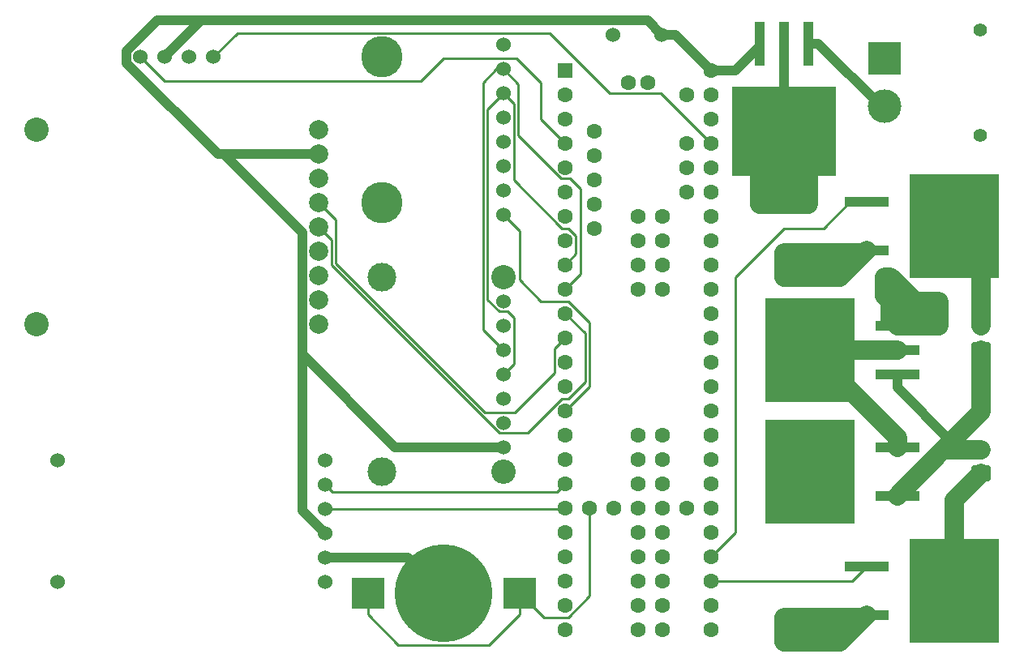
<source format=gbr>
%TF.GenerationSoftware,KiCad,Pcbnew,(6.0.5)*%
%TF.CreationDate,2023-01-08T16:18:02-05:00*%
%TF.ProjectId,GHOUL2,47484f55-4c32-42e6-9b69-6361645f7063,rev?*%
%TF.SameCoordinates,Original*%
%TF.FileFunction,Copper,L1,Top*%
%TF.FilePolarity,Positive*%
%FSLAX46Y46*%
G04 Gerber Fmt 4.6, Leading zero omitted, Abs format (unit mm)*
G04 Created by KiCad (PCBNEW (6.0.5)) date 2023-01-08 16:18:02*
%MOMM*%
%LPD*%
G01*
G04 APERTURE LIST*
G04 Aperture macros list*
%AMRoundRect*
0 Rectangle with rounded corners*
0 $1 Rounding radius*
0 $2 $3 $4 $5 $6 $7 $8 $9 X,Y pos of 4 corners*
0 Add a 4 corners polygon primitive as box body*
4,1,4,$2,$3,$4,$5,$6,$7,$8,$9,$2,$3,0*
0 Add four circle primitives for the rounded corners*
1,1,$1+$1,$2,$3*
1,1,$1+$1,$4,$5*
1,1,$1+$1,$6,$7*
1,1,$1+$1,$8,$9*
0 Add four rect primitives between the rounded corners*
20,1,$1+$1,$2,$3,$4,$5,0*
20,1,$1+$1,$4,$5,$6,$7,0*
20,1,$1+$1,$6,$7,$8,$9,0*
20,1,$1+$1,$8,$9,$2,$3,0*%
G04 Aperture macros list end*
%TA.AperFunction,ComponentPad*%
%ADD10C,1.524000*%
%TD*%
%TA.AperFunction,ComponentPad*%
%ADD11C,4.318000*%
%TD*%
%TA.AperFunction,ComponentPad*%
%ADD12R,1.600000X1.600000*%
%TD*%
%TA.AperFunction,ComponentPad*%
%ADD13C,1.600000*%
%TD*%
%TA.AperFunction,SMDPad,CuDef*%
%ADD14R,4.600000X1.100000*%
%TD*%
%TA.AperFunction,SMDPad,CuDef*%
%ADD15R,9.400000X10.800000*%
%TD*%
%TA.AperFunction,ComponentPad*%
%ADD16C,2.540000*%
%TD*%
%TA.AperFunction,ComponentPad*%
%ADD17C,2.550000*%
%TD*%
%TA.AperFunction,ComponentPad*%
%ADD18C,3.000000*%
%TD*%
%TA.AperFunction,SMDPad,CuDef*%
%ADD19R,1.100000X4.600000*%
%TD*%
%TA.AperFunction,SMDPad,CuDef*%
%ADD20R,10.800000X9.400000*%
%TD*%
%TA.AperFunction,ComponentPad*%
%ADD21RoundRect,0.250000X0.750000X-0.600000X0.750000X0.600000X-0.750000X0.600000X-0.750000X-0.600000X0*%
%TD*%
%TA.AperFunction,ComponentPad*%
%ADD22O,2.000000X1.700000*%
%TD*%
%TA.AperFunction,SMDPad,CuDef*%
%ADD23R,3.500000X3.300000*%
%TD*%
%TA.AperFunction,SMDPad,CuDef*%
%ADD24C,10.200000*%
%TD*%
%TA.AperFunction,ComponentPad*%
%ADD25C,2.000000*%
%TD*%
%TA.AperFunction,ComponentPad*%
%ADD26C,3.500000*%
%TD*%
%TA.AperFunction,ComponentPad*%
%ADD27R,3.500000X3.500000*%
%TD*%
%TA.AperFunction,ComponentPad*%
%ADD28C,1.400000*%
%TD*%
%TA.AperFunction,ViaPad*%
%ADD29C,0.800000*%
%TD*%
%TA.AperFunction,Conductor*%
%ADD30C,1.000000*%
%TD*%
%TA.AperFunction,Conductor*%
%ADD31C,0.250000*%
%TD*%
%TA.AperFunction,Conductor*%
%ADD32C,2.000000*%
%TD*%
G04 APERTURE END LIST*
D10*
%TO.P,U10,1,VIN*%
%TO.N,3v3 pwr*%
X145955000Y-90075000D03*
%TO.P,U10,2,GND*%
%TO.N,GND*%
X145955000Y-87535000D03*
%TO.P,U10,3,3VO*%
%TO.N,unconnected-(U10-Pad3)*%
X145955000Y-84995000D03*
%TO.P,U10,4,I1*%
%TO.N,unconnected-(U10-Pad4)*%
X145955000Y-82455000D03*
%TO.P,U10,5,I2*%
%TO.N,unconnected-(U10-Pad5)*%
X145955000Y-79915000D03*
%TO.P,U10,6,SCL*%
%TO.N,SCL*%
X145955000Y-77375000D03*
%TO.P,U10,7,SDA*%
%TO.N,SDA*%
X145955000Y-74835000D03*
%TO.P,U10,8,A*%
%TO.N,unconnected-(U10-Pad8)*%
X145955000Y-72295000D03*
D11*
%TO.P,U10,9*%
%TO.N,N/C*%
X133255000Y-88805000D03*
%TO.P,U10,10*%
X133255000Y-73565000D03*
%TD*%
D12*
%TO.P,U1,1,GND*%
%TO.N,GND*%
X152400000Y-74930000D03*
D13*
%TO.P,U1,2,0_RX1_MOSI1_Touch*%
%TO.N,unconnected-(U1-Pad2)*%
X152400000Y-77470000D03*
%TO.P,U1,3,1_TX1_MISO1_Touch*%
%TO.N,unconnected-(U1-Pad3)*%
X152400000Y-80010000D03*
%TO.P,U1,4,2_PWM*%
%TO.N,Servo PWM*%
X152400000Y-82550000D03*
%TO.P,U1,5,3_PWM_CAN0TX_SCL2*%
%TO.N,unconnected-(U1-Pad5)*%
X152400000Y-85090000D03*
%TO.P,U1,6,4_PWM_CAN0RX_SDA2*%
%TO.N,unconnected-(U1-Pad6)*%
X152400000Y-87630000D03*
%TO.P,U1,7,5_PWM_TX1_MISO1*%
%TO.N,unconnected-(U1-Pad7)*%
X152400000Y-90170000D03*
%TO.P,U1,8,6_PWM*%
%TO.N,unconnected-(U1-Pad8)*%
X152400000Y-92710000D03*
%TO.P,U1,9,7_RX3_MOSI0_SCL0*%
%TO.N,SCL*%
X152400000Y-95250000D03*
%TO.P,U1,10,8_TX3_MISO0_SDA0*%
%TO.N,SDA*%
X152400000Y-97790000D03*
%TO.P,U1,11,9_PWM_RX2_CS0*%
%TO.N,Net-(U1-Pad11)*%
X152400000Y-100330000D03*
%TO.P,U1,12,10_PWM_TX2_CS0*%
%TO.N,Net-(U1-Pad12)*%
X152400000Y-102870000D03*
%TO.P,U1,13,11_MOSI0*%
%TO.N,unconnected-(U1-Pad13)*%
X152400000Y-105410000D03*
%TO.P,U1,14,12_MISO0*%
%TO.N,unconnected-(U1-Pad14)*%
X152400000Y-107950000D03*
%TO.P,U1,15,3.3V*%
%TO.N,3v3 pwr*%
X152400000Y-110490000D03*
%TO.P,U1,16,24*%
%TO.N,unconnected-(U1-Pad16)*%
X152400000Y-113030000D03*
%TO.P,U1,17,25*%
%TO.N,unconnected-(U1-Pad17)*%
X152400000Y-115570000D03*
%TO.P,U1,18,26_TX1_SCL2*%
%TO.N,Xbee DIn*%
X152400000Y-118110000D03*
%TO.P,U1,19,27_RX1_SCK0*%
%TO.N,Xbee DOut*%
X152400000Y-120650000D03*
%TO.P,U1,20,28_MOSI0*%
%TO.N,unconnected-(U1-Pad20)*%
X152400000Y-123190000D03*
%TO.P,U1,21,29_PWM_CAN0TX_Touch*%
%TO.N,unconnected-(U1-Pad21)*%
X152400000Y-125730000D03*
%TO.P,U1,22,30_PWM_CAN0RX_Touch*%
%TO.N,unconnected-(U1-Pad22)*%
X152400000Y-128270000D03*
%TO.P,U1,23,31_A12_RX4_CS1*%
%TO.N,unconnected-(U1-Pad23)*%
X152400000Y-130810000D03*
%TO.P,U1,24,32_A13_TX4_SCK1*%
%TO.N,unconnected-(U1-Pad24)*%
X152400000Y-133350000D03*
%TO.P,U1,25,VBat*%
%TO.N,Net-(U1-Pad25)*%
X154940000Y-120650000D03*
%TO.P,U1,26,3.3V*%
%TO.N,unconnected-(U1-Pad26)*%
X157480000Y-120650000D03*
%TO.P,U1,27,GND*%
%TO.N,unconnected-(U1-Pad27)*%
X160020000Y-120650000D03*
%TO.P,U1,28,Program*%
%TO.N,unconnected-(U1-Pad28)*%
X162560000Y-120650000D03*
%TO.P,U1,29,Reset*%
%TO.N,unconnected-(U1-Pad29)*%
X165100000Y-120650000D03*
%TO.P,U1,30,33_A14_TX5_CAN1TX_SCL0*%
%TO.N,unconnected-(U1-Pad30)*%
X167640000Y-133350000D03*
%TO.P,U1,31,34_A15_RX5_CAN1RX_SDA0*%
%TO.N,unconnected-(U1-Pad31)*%
X167640000Y-130810000D03*
%TO.P,U1,32,35_A16_PWM*%
%TO.N,Nic2*%
X167640000Y-128270000D03*
%TO.P,U1,33,36_A17_PWM*%
%TO.N,Nic1*%
X167640000Y-125730000D03*
%TO.P,U1,34,37_A18_PWM_SCL1*%
%TO.N,unconnected-(U1-Pad34)*%
X167640000Y-123190000D03*
%TO.P,U1,35,38_A19_PWM_SDA1*%
%TO.N,unconnected-(U1-Pad35)*%
X167640000Y-120650000D03*
%TO.P,U1,36,39_A20*%
%TO.N,unconnected-(U1-Pad36)*%
X167640000Y-118110000D03*
%TO.P,U1,37,A21_DAC0*%
%TO.N,unconnected-(U1-Pad37)*%
X167640000Y-115570000D03*
%TO.P,U1,38,A22_DAC1*%
%TO.N,unconnected-(U1-Pad38)*%
X167640000Y-113030000D03*
%TO.P,U1,39,GND*%
%TO.N,unconnected-(U1-Pad39)*%
X167640000Y-110490000D03*
%TO.P,U1,40,13_SCK0_LED*%
%TO.N,unconnected-(U1-Pad40)*%
X167640000Y-107950000D03*
%TO.P,U1,41,14_A0_PWM_SCK0*%
%TO.N,unconnected-(U1-Pad41)*%
X167640000Y-105410000D03*
%TO.P,U1,42,15_A1_CS0_Touch*%
%TO.N,unconnected-(U1-Pad42)*%
X167640000Y-102870000D03*
%TO.P,U1,43,16_A2_SCL0_Touch*%
%TO.N,unconnected-(U1-Pad43)*%
X167640000Y-100330000D03*
%TO.P,U1,44,17_A3_SDA0_Touch*%
%TO.N,unconnected-(U1-Pad44)*%
X167640000Y-97790000D03*
%TO.P,U1,45,18_A4_SDA0_Touch*%
%TO.N,unconnected-(U1-Pad45)*%
X167640000Y-95250000D03*
%TO.P,U1,46,19_A5_SCL0_Touch*%
%TO.N,unconnected-(U1-Pad46)*%
X167640000Y-92710000D03*
%TO.P,U1,47,20_A6_PWM_CS0_SCK1*%
%TO.N,unconnected-(U1-Pad47)*%
X167640000Y-90170000D03*
%TO.P,U1,48,21_A7_PWM_CS0_MOSI1*%
%TO.N,unconnected-(U1-Pad48)*%
X167640000Y-87630000D03*
%TO.P,U1,49,22_A8_PWM_Touch*%
%TO.N,unconnected-(U1-Pad49)*%
X167640000Y-85090000D03*
%TO.P,U1,50,23_A9_PWM_Touch*%
%TO.N,Feedback*%
X167640000Y-82550000D03*
%TO.P,U1,51,3.3V*%
%TO.N,unconnected-(U1-Pad51)*%
X167640000Y-80010000D03*
%TO.P,U1,52,AGND*%
%TO.N,unconnected-(U1-Pad52)*%
X167640000Y-77470000D03*
%TO.P,U1,53,Vin*%
%TO.N,5v pwr*%
X167640000Y-74930000D03*
%TO.P,U1,54,VUSB*%
%TO.N,unconnected-(U1-Pad54)*%
X165100000Y-77470000D03*
%TO.P,U1,55,AREF*%
%TO.N,unconnected-(U1-Pad55)*%
X165100000Y-82550000D03*
%TO.P,U1,56,A10*%
%TO.N,unconnected-(U1-Pad56)*%
X165100000Y-85090000D03*
%TO.P,U1,57,A11*%
%TO.N,unconnected-(U1-Pad57)*%
X165100000Y-87630000D03*
%TO.P,U1,58,not_used*%
%TO.N,unconnected-(U1-Pad58)*%
X155400000Y-81280000D03*
%TO.P,U1,59,A26*%
%TO.N,unconnected-(U1-Pad59)*%
X155400000Y-83820000D03*
%TO.P,U1,60,A25*%
%TO.N,unconnected-(U1-Pad60)*%
X155400000Y-86360000D03*
%TO.P,U1,61,GND*%
%TO.N,unconnected-(U1-Pad61)*%
X155400000Y-88900000D03*
%TO.P,U1,62,GND*%
%TO.N,unconnected-(U1-Pad62)*%
X155400000Y-91440000D03*
%TO.P,U1,63,G*%
%TO.N,unconnected-(U1-Pad63)*%
X160020000Y-90170000D03*
%TO.P,U1,64,Debug_DE*%
%TO.N,unconnected-(U1-Pad64)*%
X160020000Y-92710000D03*
%TO.P,U1,65,Debug_DC*%
%TO.N,unconnected-(U1-Pad65)*%
X160020000Y-95250000D03*
%TO.P,U1,66,Debug_DD*%
%TO.N,unconnected-(U1-Pad66)*%
X160020000Y-97790000D03*
%TO.P,U1,67,40*%
%TO.N,unconnected-(U1-Pad67)*%
X160020000Y-113030000D03*
%TO.P,U1,68,41*%
%TO.N,unconnected-(U1-Pad68)*%
X160020000Y-115570000D03*
%TO.P,U1,69,42*%
%TO.N,unconnected-(U1-Pad69)*%
X160020000Y-118110000D03*
%TO.P,U1,70,43_CS2*%
%TO.N,unconnected-(U1-Pad70)*%
X160020000Y-123190000D03*
%TO.P,U1,71,44_MOSI2*%
%TO.N,unconnected-(U1-Pad71)*%
X160020000Y-125730000D03*
%TO.P,U1,72,45_MISO2*%
%TO.N,unconnected-(U1-Pad72)*%
X160020000Y-128270000D03*
%TO.P,U1,73,46_SCK2*%
%TO.N,unconnected-(U1-Pad73)*%
X160020000Y-130810000D03*
%TO.P,U1,74,GND*%
%TO.N,unconnected-(U1-Pad74)*%
X160020000Y-133350000D03*
%TO.P,U1,75,3.3V*%
%TO.N,unconnected-(U1-Pad75)*%
X162560000Y-133350000D03*
%TO.P,U1,76,47_RX6_SCL0*%
%TO.N,unconnected-(U1-Pad76)*%
X162560000Y-130810000D03*
%TO.P,U1,77,48_TX6_SDA0*%
%TO.N,unconnected-(U1-Pad77)*%
X162560000Y-128270000D03*
%TO.P,U1,78,49_A23*%
%TO.N,unconnected-(U1-Pad78)*%
X162560000Y-125730000D03*
%TO.P,U1,79,50_A24*%
%TO.N,unconnected-(U1-Pad79)*%
X162560000Y-123190000D03*
%TO.P,U1,80,51_MISO2*%
%TO.N,unconnected-(U1-Pad80)*%
X162560000Y-118110000D03*
%TO.P,U1,81,52_MOSI2*%
%TO.N,unconnected-(U1-Pad81)*%
X162560000Y-115570000D03*
%TO.P,U1,82,53_SCK2*%
%TO.N,unconnected-(U1-Pad82)*%
X162560000Y-113030000D03*
%TO.P,U1,83,54_CS2*%
%TO.N,unconnected-(U1-Pad83)*%
X162560000Y-97790000D03*
%TO.P,U1,84,55*%
%TO.N,unconnected-(U1-Pad84)*%
X162560000Y-95250000D03*
%TO.P,U1,85,56*%
%TO.N,unconnected-(U1-Pad85)*%
X162560000Y-92710000D03*
%TO.P,U1,86,57*%
%TO.N,unconnected-(U1-Pad86)*%
X162560000Y-90170000D03*
%TO.P,U1,87,D-*%
%TO.N,unconnected-(U1-Pad87)*%
X161030000Y-76200000D03*
%TO.P,U1,88,D+*%
%TO.N,unconnected-(U1-Pad88)*%
X159010000Y-76200000D03*
%TD*%
D14*
%TO.P,Q1,1,G*%
%TO.N,Nic2*%
X183885000Y-126765000D03*
D15*
%TO.P,Q1,2,D*%
%TO.N,Net-(Q1-Pad2)*%
X193035000Y-129305000D03*
D14*
%TO.P,Q1,3,S*%
%TO.N,GND*%
X183885000Y-131845000D03*
%TD*%
D16*
%TO.P,U3,11*%
%TO.N,N/C*%
X145955000Y-96520000D03*
D17*
%TO.P,U3,10*%
X145955000Y-116840000D03*
D18*
%TO.P,U3,9*%
X133255000Y-116840000D03*
%TO.P,U3,8*%
X133255000Y-96520000D03*
D10*
%TO.P,U3,7,CS*%
%TO.N,unconnected-(U3-Pad7)*%
X145955000Y-99060000D03*
%TO.P,U3,6,SDI*%
%TO.N,unconnected-(U3-Pad6)*%
X145955000Y-101600000D03*
%TO.P,U3,5,SDO*%
%TO.N,SDA*%
X145955000Y-104140000D03*
%TO.P,U3,4,SCK*%
%TO.N,SCL*%
X145955000Y-106680000D03*
%TO.P,U3,3,GND*%
%TO.N,GND*%
X145955000Y-109220000D03*
%TO.P,U3,2,3Vo*%
%TO.N,unconnected-(U3-Pad2)*%
X145955000Y-111760000D03*
%TO.P,U3,1,Vin*%
%TO.N,5v pwr*%
X145955000Y-114300000D03*
%TD*%
%TO.P,C1,1*%
%TO.N,5v pwr*%
X162465000Y-71215000D03*
%TO.P,C1,2*%
%TO.N,GND*%
X157385000Y-71215000D03*
%TD*%
D19*
%TO.P,U2,3,VO*%
%TO.N,5v pwr*%
X172720000Y-72130000D03*
%TO.P,U2,2,GND*%
%TO.N,GND*%
X175260000Y-72130000D03*
D20*
X175260000Y-81280000D03*
D19*
%TO.P,U2,1,VI*%
%TO.N,Vin*%
X177800000Y-72130000D03*
%TD*%
D10*
%TO.P,U4,1,PWM*%
%TO.N,Servo PWM*%
X108045000Y-73565000D03*
%TO.P,U4,2,+*%
%TO.N,5v pwr*%
X110585000Y-73565000D03*
%TO.P,U4,3,-*%
%TO.N,GND*%
X113125000Y-73565000D03*
%TO.P,U4,4,FEEBACK*%
%TO.N,Feedback*%
X115665000Y-73565000D03*
%TD*%
D21*
%TO.P,U6,1,In*%
%TO.N,Net-(R1-Pad1)*%
X195810000Y-104140000D03*
D22*
%TO.P,U6,2,Out*%
%TO.N,Net-(Q2-Pad2)*%
X195810000Y-101640000D03*
%TD*%
D23*
%TO.P,BT1,1,+*%
%TO.N,Net-(U1-Pad25)*%
X131800000Y-129540000D03*
X147600000Y-129540000D03*
D24*
%TO.P,BT1,2,-*%
%TO.N,GND*%
X139700000Y-129540000D03*
%TD*%
D10*
%TO.P,U8,1,Ground*%
%TO.N,GND*%
X127310000Y-125825000D03*
%TO.P,U8,2,5V*%
%TO.N,5v pwr*%
X127310000Y-123285000D03*
%TO.P,U8,3,Dout*%
%TO.N,Xbee DOut*%
X127310000Y-120745000D03*
%TO.P,U8,4,Din*%
%TO.N,Xbee DIn*%
X127310000Y-118205000D03*
%TO.P,U8,5*%
%TO.N,N/C*%
X127310000Y-128365000D03*
%TO.P,U8,6*%
X127310000Y-115665000D03*
%TO.P,U8,19*%
X99370000Y-115665000D03*
%TO.P,U8,32*%
X99370000Y-128365000D03*
%TD*%
D16*
%TO.P,U7,11*%
%TO.N,N/C*%
X97187000Y-81185000D03*
%TO.P,U7,10*%
X97187000Y-101505000D03*
D25*
%TO.P,U7,9,PPS*%
%TO.N,unconnected-(U7-Pad9)*%
X126651000Y-81185000D03*
%TO.P,U7,8,VIN*%
%TO.N,5v pwr*%
X126651000Y-83725000D03*
%TO.P,U7,7,GND*%
%TO.N,GND*%
X126651000Y-86265000D03*
%TO.P,U7,6,RX*%
%TO.N,Net-(U1-Pad12)*%
X126651000Y-88805000D03*
%TO.P,U7,5,TX*%
%TO.N,Net-(U1-Pad11)*%
X126651000Y-91345000D03*
%TO.P,U7,4,FIX*%
%TO.N,unconnected-(U7-Pad4)*%
X126651000Y-93885000D03*
%TO.P,U7,3,VBAT*%
%TO.N,unconnected-(U7-Pad3)*%
X126651000Y-96425000D03*
%TO.P,U7,2,EN*%
%TO.N,unconnected-(U7-Pad2)*%
X126651000Y-98965000D03*
%TO.P,U7,1,3.3V*%
%TO.N,unconnected-(U7-Pad1)*%
X126651000Y-101505000D03*
%TD*%
D14*
%TO.P,R1,1*%
%TO.N,Net-(R1-Pad1)*%
X187065000Y-119380000D03*
D15*
%TO.P,R1,2*%
%TO.N,N/C*%
X177915000Y-116840000D03*
D14*
%TO.P,R1,3*%
%TO.N,Net-(R1-Pad3)*%
X187065000Y-114300000D03*
%TD*%
%TO.P,Q2,1,G*%
%TO.N,Nic1*%
X183890000Y-88665000D03*
D15*
%TO.P,Q2,2,D*%
%TO.N,Net-(Q2-Pad2)*%
X193040000Y-91205000D03*
D14*
%TO.P,Q2,3,S*%
%TO.N,GND*%
X183890000Y-93745000D03*
%TD*%
%TO.P,U5,3,VI*%
%TO.N,Vin*%
X187065000Y-101600000D03*
D15*
%TO.P,U5,2,VO*%
%TO.N,Net-(R1-Pad3)*%
X177915000Y-104140000D03*
D14*
X187065000Y-104140000D03*
%TO.P,U5,1,ADJ*%
%TO.N,Net-(R1-Pad1)*%
X187065000Y-106680000D03*
%TD*%
D22*
%TO.P,U9,1,In*%
%TO.N,Net-(R1-Pad1)*%
X195810000Y-114575000D03*
D21*
%TO.P,U9,2,Out*%
%TO.N,Net-(Q1-Pad2)*%
X195810000Y-117075000D03*
%TD*%
D26*
%TO.P,J1,2,Pin_2*%
%TO.N,Vin*%
X185775000Y-78700000D03*
D27*
%TO.P,J1,1,Pin_1*%
%TO.N,GND*%
X185775000Y-73700000D03*
D28*
%TO.P,J1,*%
%TO.N,*%
X195775000Y-81700000D03*
X195775000Y-70700000D03*
%TD*%
D29*
%TO.N,Vin*%
X186370000Y-100905000D03*
X187960000Y-101600000D03*
X190500000Y-101600000D03*
X190500000Y-99060000D03*
X187960000Y-99060000D03*
X187165000Y-97315000D03*
X185895000Y-98585000D03*
X185775000Y-96520000D03*
%TO.N,GND*%
X177800000Y-88900000D03*
X175260000Y-88900000D03*
X172720000Y-88900000D03*
X180340000Y-93980000D03*
X180340000Y-96520000D03*
X177800000Y-96520000D03*
X175260000Y-96520000D03*
X175260000Y-93980000D03*
X177800000Y-93980000D03*
X180340000Y-134620000D03*
X177800000Y-134620000D03*
X175260000Y-134620000D03*
X175260000Y-132080000D03*
X177800000Y-132080000D03*
X180340000Y-132080000D03*
%TD*%
D30*
%TO.N,5v pwr*%
X116745000Y-83725000D02*
X124951489Y-91931489D01*
X116138110Y-83725000D02*
X116745000Y-83725000D01*
X124951489Y-91931489D02*
X124951489Y-104631489D01*
D31*
%TO.N,Servo PWM*%
X149860000Y-76200000D02*
X149860000Y-80010000D01*
X137311489Y-76048511D02*
X139700000Y-73660000D01*
X149860000Y-80010000D02*
X152400000Y-82550000D01*
X110528511Y-76048511D02*
X137311489Y-76048511D01*
X139700000Y-73660000D02*
X147320000Y-73660000D01*
X147320000Y-73660000D02*
X149860000Y-76200000D01*
X108045000Y-73565000D02*
X110528511Y-76048511D01*
%TO.N,SDA*%
X143835959Y-76200000D02*
X145200959Y-74835000D01*
X145200959Y-74835000D02*
X145955000Y-74835000D01*
X145955000Y-104140000D02*
X143835959Y-102020959D01*
X143835959Y-102020959D02*
X143835959Y-76200000D01*
%TO.N,Net-(U1-Pad12)*%
X151275489Y-106534511D02*
X151275489Y-103994511D01*
X151275489Y-103994511D02*
X152400000Y-102870000D01*
X147136511Y-110673489D02*
X151275489Y-106534511D01*
X128425031Y-95130873D02*
X143967647Y-110673489D01*
X143967647Y-110673489D02*
X147136511Y-110673489D01*
X128425031Y-90579031D02*
X128425031Y-95130873D01*
X126651000Y-88805000D02*
X128425031Y-90579031D01*
D32*
%TO.N,Vin*%
X185775000Y-98465000D02*
X185895000Y-98585000D01*
X185775000Y-96520000D02*
X185775000Y-98465000D01*
X186370000Y-96520000D02*
X185775000Y-96520000D01*
X187165000Y-97315000D02*
X186370000Y-96520000D01*
X187960000Y-101600000D02*
X187065000Y-101600000D01*
X190500000Y-99060000D02*
X189605000Y-99060000D01*
X185895000Y-98585000D02*
X186370000Y-99060000D01*
%TO.N,GND*%
X183655000Y-93980000D02*
X183890000Y-93745000D01*
X180340000Y-93980000D02*
X183655000Y-93980000D01*
X180340000Y-96520000D02*
X181115000Y-96520000D01*
X181115000Y-96520000D02*
X183890000Y-93745000D01*
X183650000Y-132080000D02*
X183885000Y-131845000D01*
X180340000Y-132080000D02*
X183650000Y-132080000D01*
X181110000Y-134620000D02*
X180340000Y-134620000D01*
X183885000Y-131845000D02*
X181110000Y-134620000D01*
D30*
X135985000Y-125825000D02*
X127310000Y-125825000D01*
X139700000Y-129540000D02*
X135985000Y-125825000D01*
X175260000Y-72130000D02*
X175260000Y-81280000D01*
D31*
%TO.N,Nic1*%
X170180000Y-123190000D02*
X167640000Y-125730000D01*
X175260000Y-91440000D02*
X170180000Y-96520000D01*
X179365000Y-91440000D02*
X175260000Y-91440000D01*
X182140000Y-88665000D02*
X179365000Y-91440000D01*
X170180000Y-96520000D02*
X170180000Y-123190000D01*
X183890000Y-88665000D02*
X182140000Y-88665000D01*
D32*
%TO.N,GND*%
X172720000Y-86360000D02*
X177800000Y-86360000D01*
X175260000Y-86360000D02*
X172720000Y-86360000D01*
X177800000Y-86360000D02*
X177800000Y-83820000D01*
X177800000Y-88900000D02*
X177800000Y-86360000D01*
X175260000Y-88900000D02*
X177800000Y-86360000D01*
X172720000Y-86360000D02*
X172720000Y-83820000D01*
X175260000Y-88900000D02*
X172720000Y-86360000D01*
X172720000Y-88900000D02*
X172720000Y-86360000D01*
X175260000Y-86360000D02*
X177800000Y-88900000D01*
X172720000Y-88900000D02*
X175260000Y-86360000D01*
X175260000Y-88900000D02*
X175260000Y-81280000D01*
X172720000Y-88900000D02*
X175260000Y-88900000D01*
X177800000Y-88900000D02*
X175260000Y-88900000D01*
X177800000Y-93980000D02*
X180340000Y-96520000D01*
X175260000Y-93980000D02*
X177800000Y-96520000D01*
X180340000Y-93980000D02*
X180340000Y-96520000D01*
X180340000Y-96520000D02*
X177800000Y-96520000D01*
X175260000Y-96520000D02*
X177800000Y-96520000D01*
X175260000Y-93980000D02*
X175260000Y-96520000D01*
X177800000Y-93980000D02*
X175260000Y-93980000D01*
X180340000Y-93980000D02*
X177800000Y-93980000D01*
X177800000Y-132080000D02*
X180340000Y-134620000D01*
X175260000Y-132080000D02*
X177800000Y-134620000D01*
X180340000Y-134620000D02*
X180340000Y-132080000D01*
X177800000Y-134620000D02*
X180340000Y-134620000D01*
X175260000Y-134620000D02*
X177800000Y-134620000D01*
X175260000Y-132080000D02*
X175260000Y-134620000D01*
X177800000Y-132080000D02*
X175260000Y-132080000D01*
X180340000Y-132080000D02*
X177800000Y-132080000D01*
D30*
%TO.N,5v pwr*%
X116138110Y-83725000D02*
X126651000Y-83725000D01*
X106583489Y-74170379D02*
X116138110Y-83725000D01*
X106583489Y-72959621D02*
X106583489Y-74170379D01*
X109789621Y-69753489D02*
X106583489Y-72959621D01*
X114396511Y-69753489D02*
X109789621Y-69753489D01*
X134620000Y-114300000D02*
X145955000Y-114300000D01*
X124951489Y-104631489D02*
X134620000Y-114300000D01*
X124951489Y-104631489D02*
X124951489Y-120926489D01*
D31*
%TO.N,SDA*%
X147491031Y-81771331D02*
X147491031Y-76371031D01*
X151934211Y-86214511D02*
X147491031Y-81771331D01*
X152862573Y-86214511D02*
X151934211Y-86214511D01*
X153974031Y-87325969D02*
X152862573Y-86214511D01*
X153974031Y-96215969D02*
X153974031Y-87325969D01*
X147491031Y-76371031D02*
X145955000Y-74835000D01*
X152400000Y-97790000D02*
X153974031Y-96215969D01*
%TO.N,SCL*%
X147041511Y-78461511D02*
X145955000Y-77375000D01*
X147041511Y-86401811D02*
X147041511Y-78461511D01*
X152079700Y-91440000D02*
X147041511Y-86401811D01*
X152720300Y-91440000D02*
X152079700Y-91440000D01*
X153524511Y-92244211D02*
X152720300Y-91440000D01*
X153524511Y-94125489D02*
X153524511Y-92244211D01*
X152400000Y-95250000D02*
X153524511Y-94125489D01*
%TO.N,3v3 pwr*%
X147624521Y-91744521D02*
X145955000Y-90075000D01*
X149860000Y-99060000D02*
X147624521Y-96824521D01*
X152720300Y-99060000D02*
X149860000Y-99060000D01*
X154940000Y-101279700D02*
X152720300Y-99060000D01*
X154940000Y-107950000D02*
X154940000Y-101279700D01*
X147624521Y-96824521D02*
X147624521Y-91744521D01*
X152400000Y-110490000D02*
X154940000Y-107950000D01*
%TO.N,SCL*%
X147041511Y-105593489D02*
X145955000Y-106680000D01*
X147041511Y-100782973D02*
X147041511Y-105593489D01*
X146405049Y-100146511D02*
X147041511Y-100782973D01*
X144285479Y-98927039D02*
X145504951Y-100146511D01*
X144285479Y-79044521D02*
X144285479Y-98927039D01*
X145955000Y-77375000D02*
X144285479Y-79044521D01*
X145504951Y-100146511D02*
X146405049Y-100146511D01*
D32*
%TO.N,Net-(Q1-Pad2)*%
X195810000Y-117075000D02*
X193035000Y-119850000D01*
X193035000Y-119850000D02*
X193035000Y-129305000D01*
D31*
%TO.N,Nic2*%
X167640000Y-128270000D02*
X182380000Y-128270000D01*
X182380000Y-128270000D02*
X183885000Y-126765000D01*
D32*
%TO.N,Net-(Q2-Pad2)*%
X195810000Y-101640000D02*
X195810000Y-93975000D01*
D31*
X195810000Y-93975000D02*
X193040000Y-91205000D01*
D32*
%TO.N,Net-(R1-Pad1)*%
X187065000Y-119380000D02*
X191322500Y-115122500D01*
X195810000Y-110635000D02*
X195810000Y-104140000D01*
D30*
X187065000Y-106680000D02*
X187065000Y-108090000D01*
D32*
X192710000Y-113735000D02*
X195810000Y-110635000D01*
D30*
X187065000Y-108090000D02*
X192710000Y-113735000D01*
D31*
X191870000Y-114575000D02*
X191322500Y-115122500D01*
D32*
X195810000Y-114575000D02*
X191870000Y-114575000D01*
X191322500Y-115122500D02*
X192710000Y-113735000D01*
D30*
%TO.N,5v pwr*%
X172720000Y-72130000D02*
X172720000Y-72390000D01*
X133253489Y-69753489D02*
X114396511Y-69753489D01*
X163925000Y-71215000D02*
X167640000Y-74930000D01*
X172720000Y-72390000D02*
X170180000Y-74930000D01*
X162465000Y-71215000D02*
X161003489Y-69753489D01*
X161003489Y-69753489D02*
X133253489Y-69753489D01*
X162465000Y-71215000D02*
X163925000Y-71215000D01*
X170180000Y-74930000D02*
X167640000Y-74930000D01*
X114396511Y-69753489D02*
X110585000Y-73565000D01*
X124951489Y-120926489D02*
X127310000Y-123285000D01*
D31*
%TO.N,Feedback*%
X157043533Y-77324511D02*
X150800511Y-71081489D01*
X118148511Y-71081489D02*
X115665000Y-73565000D01*
X167640000Y-82550000D02*
X162414511Y-77324511D01*
X150800511Y-71081489D02*
X118148511Y-71081489D01*
X162414511Y-77324511D02*
X157043533Y-77324511D01*
%TO.N,Net-(U1-Pad11)*%
X148453189Y-112846511D02*
X152079700Y-109220000D01*
X154490480Y-107449820D02*
X154490480Y-102420480D01*
X145504951Y-112846511D02*
X148453189Y-112846511D01*
X127975511Y-95317071D02*
X145504951Y-112846511D01*
X152079700Y-109220000D02*
X152720300Y-109220000D01*
X152720300Y-109220000D02*
X154490480Y-107449820D01*
X127975511Y-92669511D02*
X127975511Y-95317071D01*
X126651000Y-91345000D02*
X127975511Y-92669511D01*
X154490480Y-102420480D02*
X152400000Y-100330000D01*
%TO.N,Net-(U1-Pad25)*%
X147600000Y-131800000D02*
X147600000Y-129540000D01*
X150140000Y-132080000D02*
X152720300Y-132080000D01*
X152720300Y-132080000D02*
X154940000Y-129860300D01*
X154940000Y-129860300D02*
X154940000Y-120650000D01*
X147600000Y-129540000D02*
X150140000Y-132080000D01*
X134964511Y-134964511D02*
X144435489Y-134964511D01*
X131800000Y-129540000D02*
X131800000Y-131800000D01*
X144435489Y-134964511D02*
X147600000Y-131800000D01*
X131800000Y-131800000D02*
X134964511Y-134964511D01*
D32*
%TO.N,Vin*%
X190500000Y-101600000D02*
X187960000Y-101600000D01*
X191450000Y-101600000D02*
X190500000Y-101600000D01*
X185775000Y-78700000D02*
X185380000Y-78700000D01*
X186370000Y-99060000D02*
X187960000Y-99060000D01*
D30*
X178810000Y-72130000D02*
X177800000Y-72130000D01*
X185380000Y-78700000D02*
X178810000Y-72130000D01*
D32*
X190755000Y-101600000D02*
X188910000Y-99755000D01*
X187960000Y-99060000D02*
X190500000Y-99060000D01*
X191450000Y-101600000D02*
X191450000Y-99060000D01*
X186370000Y-100905000D02*
X187065000Y-101600000D01*
X187165000Y-97315000D02*
X188910000Y-99060000D01*
X191450000Y-101600000D02*
X190755000Y-101600000D01*
X188910000Y-99060000D02*
X188910000Y-99755000D01*
X186370000Y-99060000D02*
X186370000Y-100905000D01*
X188910000Y-99755000D02*
X187065000Y-101600000D01*
X191450000Y-99060000D02*
X190500000Y-99060000D01*
X190500000Y-99060000D02*
X191450000Y-99060000D01*
%TO.N,Net-(R1-Pad3)*%
X177915000Y-104140000D02*
X187065000Y-113290000D01*
X187065000Y-104140000D02*
X177915000Y-104140000D01*
X187065000Y-113290000D02*
X187065000Y-114300000D01*
D31*
%TO.N,Xbee DIn*%
X127310000Y-118205000D02*
X128071999Y-118966999D01*
X128071999Y-118966999D02*
X151543001Y-118966999D01*
X151543001Y-118966999D02*
X152400000Y-118110000D01*
%TO.N,Xbee DOut*%
X127310000Y-120745000D02*
X152305000Y-120745000D01*
X152305000Y-120745000D02*
X152400000Y-120650000D01*
%TD*%
M02*

</source>
